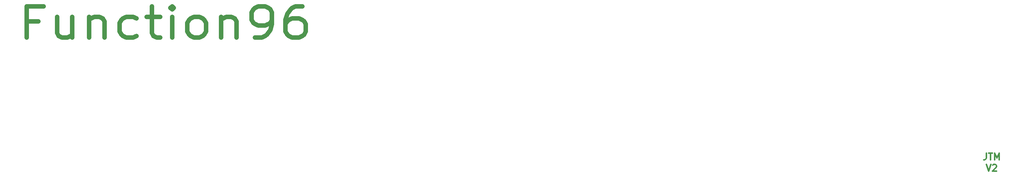
<source format=gbr>
G04 #@! TF.GenerationSoftware,KiCad,Pcbnew,(5.1.7)-1*
G04 #@! TF.CreationDate,2020-11-06T22:12:29-08:00*
G04 #@! TF.ProjectId,PCBV3,50434256-332e-46b6-9963-61645f706362,rev?*
G04 #@! TF.SameCoordinates,Original*
G04 #@! TF.FileFunction,Legend,Top*
G04 #@! TF.FilePolarity,Positive*
%FSLAX46Y46*%
G04 Gerber Fmt 4.6, Leading zero omitted, Abs format (unit mm)*
G04 Created by KiCad (PCBNEW (5.1.7)-1) date 2020-11-06 22:12:29*
%MOMM*%
%LPD*%
G01*
G04 APERTURE LIST*
%ADD10C,0.300000*%
%ADD11C,1.000000*%
G04 APERTURE END LIST*
D10*
X331525714Y-184974571D02*
X331525714Y-186046000D01*
X331454285Y-186260285D01*
X331311428Y-186403142D01*
X331097142Y-186474571D01*
X330954285Y-186474571D01*
X332025714Y-184974571D02*
X332882857Y-184974571D01*
X332454285Y-186474571D02*
X332454285Y-184974571D01*
X333382857Y-186474571D02*
X333382857Y-184974571D01*
X333882857Y-186046000D01*
X334382857Y-184974571D01*
X334382857Y-186474571D01*
X331525714Y-187524571D02*
X332025714Y-189024571D01*
X332525714Y-187524571D01*
X332954285Y-187667428D02*
X333025714Y-187596000D01*
X333168571Y-187524571D01*
X333525714Y-187524571D01*
X333668571Y-187596000D01*
X333740000Y-187667428D01*
X333811428Y-187810285D01*
X333811428Y-187953142D01*
X333740000Y-188167428D01*
X332882857Y-189024571D01*
X333811428Y-189024571D01*
D11*
X118113571Y-155202000D02*
X115446904Y-155202000D01*
X115446904Y-158868666D02*
X115446904Y-151868666D01*
X119256428Y-151868666D01*
X125732619Y-154202000D02*
X125732619Y-158868666D01*
X122304047Y-154202000D02*
X122304047Y-157868666D01*
X122685000Y-158535333D01*
X123446904Y-158868666D01*
X124589761Y-158868666D01*
X125351666Y-158535333D01*
X125732619Y-158202000D01*
X129542142Y-154202000D02*
X129542142Y-158868666D01*
X129542142Y-154868666D02*
X129923095Y-154535333D01*
X130685000Y-154202000D01*
X131827857Y-154202000D01*
X132589761Y-154535333D01*
X132970714Y-155202000D01*
X132970714Y-158868666D01*
X140208809Y-158535333D02*
X139446904Y-158868666D01*
X137923095Y-158868666D01*
X137161190Y-158535333D01*
X136780238Y-158202000D01*
X136399285Y-157535333D01*
X136399285Y-155535333D01*
X136780238Y-154868666D01*
X137161190Y-154535333D01*
X137923095Y-154202000D01*
X139446904Y-154202000D01*
X140208809Y-154535333D01*
X142494523Y-154202000D02*
X145542142Y-154202000D01*
X143637380Y-151868666D02*
X143637380Y-157868666D01*
X144018333Y-158535333D01*
X144780238Y-158868666D01*
X145542142Y-158868666D01*
X148208809Y-158868666D02*
X148208809Y-154202000D01*
X148208809Y-151868666D02*
X147827857Y-152202000D01*
X148208809Y-152535333D01*
X148589761Y-152202000D01*
X148208809Y-151868666D01*
X148208809Y-152535333D01*
X153161190Y-158868666D02*
X152399285Y-158535333D01*
X152018333Y-158202000D01*
X151637380Y-157535333D01*
X151637380Y-155535333D01*
X152018333Y-154868666D01*
X152399285Y-154535333D01*
X153161190Y-154202000D01*
X154304047Y-154202000D01*
X155065952Y-154535333D01*
X155446904Y-154868666D01*
X155827857Y-155535333D01*
X155827857Y-157535333D01*
X155446904Y-158202000D01*
X155065952Y-158535333D01*
X154304047Y-158868666D01*
X153161190Y-158868666D01*
X159256428Y-154202000D02*
X159256428Y-158868666D01*
X159256428Y-154868666D02*
X159637380Y-154535333D01*
X160399285Y-154202000D01*
X161542142Y-154202000D01*
X162304047Y-154535333D01*
X162685000Y-155202000D01*
X162685000Y-158868666D01*
X166875476Y-158868666D02*
X168399285Y-158868666D01*
X169161190Y-158535333D01*
X169542142Y-158202000D01*
X170304047Y-157202000D01*
X170685000Y-155868666D01*
X170685000Y-153202000D01*
X170304047Y-152535333D01*
X169923095Y-152202000D01*
X169161190Y-151868666D01*
X167637380Y-151868666D01*
X166875476Y-152202000D01*
X166494523Y-152535333D01*
X166113571Y-153202000D01*
X166113571Y-154868666D01*
X166494523Y-155535333D01*
X166875476Y-155868666D01*
X167637380Y-156202000D01*
X169161190Y-156202000D01*
X169923095Y-155868666D01*
X170304047Y-155535333D01*
X170685000Y-154868666D01*
X177542142Y-151868666D02*
X176018333Y-151868666D01*
X175256428Y-152202000D01*
X174875476Y-152535333D01*
X174113571Y-153535333D01*
X173732619Y-154868666D01*
X173732619Y-157535333D01*
X174113571Y-158202000D01*
X174494523Y-158535333D01*
X175256428Y-158868666D01*
X176780238Y-158868666D01*
X177542142Y-158535333D01*
X177923095Y-158202000D01*
X178304047Y-157535333D01*
X178304047Y-155868666D01*
X177923095Y-155202000D01*
X177542142Y-154868666D01*
X176780238Y-154535333D01*
X175256428Y-154535333D01*
X174494523Y-154868666D01*
X174113571Y-155202000D01*
X173732619Y-155868666D01*
M02*

</source>
